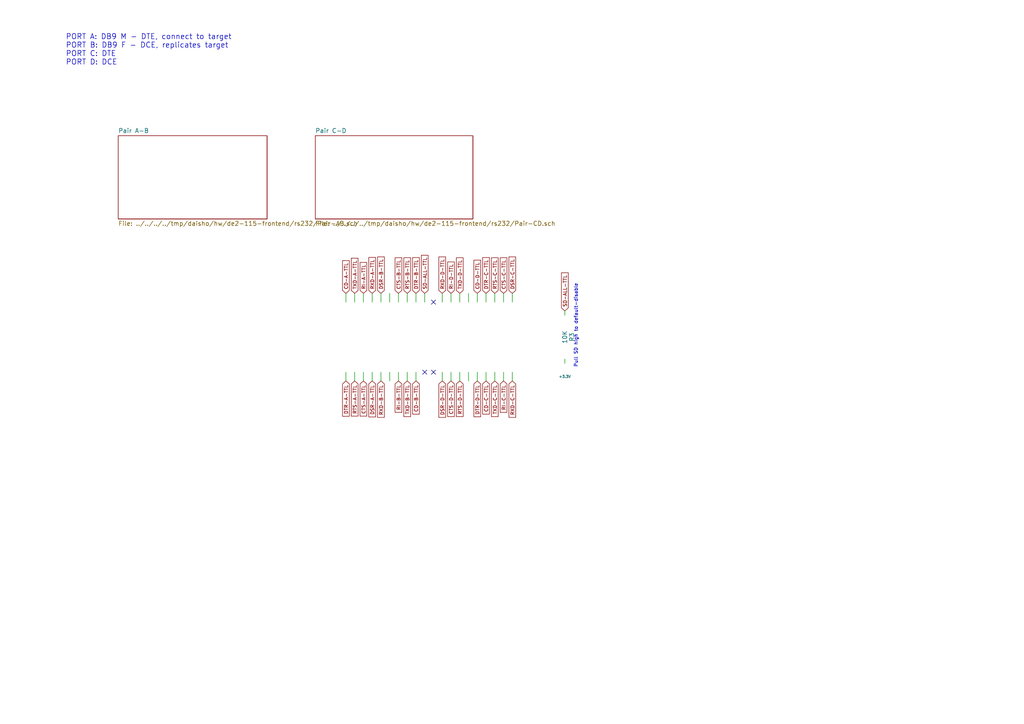
<source format=kicad_sch>
(kicad_sch (version 20230121) (generator eeschema)
  (paper "A4")
  (title_block (date "8 jan 2013"))
  (lib_symbols)
  (no_connect (at 125.73 107.95))
  (no_connect (at 125.73 87.63))
  (no_connect (at 123.19 107.95))
  (wire (pts (xy 135.89 85.09) (xy 135.89 87.63)))
  (wire (pts (xy 138.43 85.09) (xy 138.43 87.63)))
  (wire (pts (xy 133.35 107.95) (xy 133.35 110.49)))
  (wire (pts (xy 163.83 91.44) (xy 163.83 90.17)))
  (wire (pts (xy 115.57 85.09) (xy 115.57 87.63)))
  (wire (pts (xy 130.81 107.95) (xy 130.81 110.49)))
  (wire (pts (xy 135.89 107.95) (xy 135.89 110.49)))
  (wire (pts (xy 146.05 85.09) (xy 146.05 87.63)))
  (wire (pts (xy 128.27 85.09) (xy 128.27 87.63)))
  (wire (pts (xy 148.59 85.09) (xy 148.59 87.63)))
  (wire (pts (xy 120.65 107.95) (xy 120.65 110.49)))
  (wire (pts (xy 100.33 85.09) (xy 100.33 87.63)))
  (wire (pts (xy 107.95 87.63) (xy 107.95 85.09)))
  (wire (pts (xy 102.87 85.09) (xy 102.87 87.63)))
  (wire (pts (xy 110.49 107.95) (xy 110.49 110.49)))
  (wire (pts (xy 100.33 107.95) (xy 100.33 110.49)))
  (wire (pts (xy 118.11 107.95) (xy 118.11 110.49)))
  (wire (pts (xy 133.35 85.09) (xy 133.35 87.63)))
  (wire (pts (xy 138.43 107.95) (xy 138.43 110.49)))
  (wire (pts (xy 128.27 107.95) (xy 128.27 110.49)))
  (wire (pts (xy 130.81 85.09) (xy 130.81 87.63)))
  (wire (pts (xy 118.11 85.09) (xy 118.11 87.63)))
  (wire (pts (xy 107.95 107.95) (xy 107.95 110.49)))
  (wire (pts (xy 113.03 107.95) (xy 113.03 110.49)))
  (wire (pts (xy 163.83 104.14) (xy 163.83 105.41)))
  (wire (pts (xy 120.65 85.09) (xy 120.65 87.63)))
  (wire (pts (xy 140.97 85.09) (xy 140.97 87.63)))
  (wire (pts (xy 113.03 85.09) (xy 113.03 87.63)))
  (wire (pts (xy 143.51 107.95) (xy 143.51 110.49)))
  (wire (pts (xy 105.41 85.09) (xy 105.41 87.63)))
  (wire (pts (xy 115.57 107.95) (xy 115.57 110.49)))
  (wire (pts (xy 110.49 85.09) (xy 110.49 87.63)))
  (wire (pts (xy 146.05 107.95) (xy 146.05 110.49)))
  (wire (pts (xy 143.51 85.09) (xy 143.51 87.63)))
  (wire (pts (xy 148.59 107.95) (xy 148.59 110.49)))
  (wire (pts (xy 105.41 107.95) (xy 105.41 110.49)))
  (wire (pts (xy 140.97 107.95) (xy 140.97 110.49)))
  (wire (pts (xy 123.19 85.09) (xy 123.19 87.63)))
  (wire (pts (xy 102.87 107.95) (xy 102.87 110.49)))
  (text "Pull SD high to default-disable" (at 167.64 106.68 90) (effects (font (size 0.9906 0.9906)) (justify left bottom)))
  (text "PORT A: DB9 M - DTE, connect to target\nPORT B: DB9 F - DCE, replicates target\nPORT C: DTE\nPORT D: DCE" (at 19.05 19.05 0) (effects (font (size 1.524 1.524)) (justify left bottom)))
  (global_label "SD-ALL-TTL" (shape input) (at 163.83 90.17 90) (effects (font (size 0.9906 0.9906))) (property "Intersheetrefs" "${INTERSHEET_REFS}" (effects hide)))
  (global_label "CD-B-TTL" (shape input) (at 120.65 110.49 270) (effects (font (size 0.9906 0.9906))) (property "Intersheetrefs" "${INTERSHEET_REFS}" (effects hide)))
  (global_label "CTS-B-TTL" (shape input) (at 115.57 85.09 90) (effects (font (size 0.9906 0.9906))) (property "Intersheetrefs" "${INTERSHEET_REFS}" (effects hide)))
  (global_label "RTS-B-TTL" (shape input) (at 118.11 85.09 90) (effects (font (size 0.9906 0.9906))) (property "Intersheetrefs" "${INTERSHEET_REFS}" (effects hide)))
  (global_label "RTS-C-TTL" (shape input) (at 143.51 85.09 90) (effects (font (size 0.9906 0.9906))) (property "Intersheetrefs" "${INTERSHEET_REFS}" (effects hide)))
  (global_label "RTS-D-TTL" (shape input) (at 133.35 110.49 270) (effects (font (size 0.9906 0.9906))) (property "Intersheetrefs" "${INTERSHEET_REFS}" (effects hide)))
  (global_label "DSR-D-TTL" (shape input) (at 128.27 110.49 270) (effects (font (size 0.9906 0.9906))) (property "Intersheetrefs" "${INTERSHEET_REFS}" (effects hide)))
  (global_label "TXD-B-TTL" (shape input) (at 118.11 110.49 270) (effects (font (size 0.9906 0.9906))) (property "Intersheetrefs" "${INTERSHEET_REFS}" (effects hide)))
  (global_label "CD-D-TTL" (shape input) (at 138.43 85.09 90) (effects (font (size 0.9906 0.9906))) (property "Intersheetrefs" "${INTERSHEET_REFS}" (effects hide)))
  (global_label "SD-ALL-TTL" (shape input) (at 123.19 85.09 90) (effects (font (size 0.9906 0.9906))) (property "Intersheetrefs" "${INTERSHEET_REFS}" (effects hide)))
  (global_label "DTR-D-TTL" (shape input) (at 138.43 110.49 270) (effects (font (size 0.9906 0.9906))) (property "Intersheetrefs" "${INTERSHEET_REFS}" (effects hide)))
  (global_label "DSR-B-TTL" (shape input) (at 110.49 85.09 90) (effects (font (size 0.9906 0.9906))) (property "Intersheetrefs" "${INTERSHEET_REFS}" (effects hide)))
  (global_label "RXD-B-TTL" (shape input) (at 110.49 110.49 270) (effects (font (size 0.9906 0.9906))) (property "Intersheetrefs" "${INTERSHEET_REFS}" (effects hide)))
  (global_label "TXD-C-TTL" (shape input) (at 143.51 110.49 270) (effects (font (size 0.9906 0.9906))) (property "Intersheetrefs" "${INTERSHEET_REFS}" (effects hide)))
  (global_label "RI-C-TTL" (shape input) (at 146.05 110.49 270) (effects (font (size 0.9906 0.9906))) (property "Intersheetrefs" "${INTERSHEET_REFS}" (effects hide)))
  (global_label "RI-D-TTL" (shape input) (at 130.81 85.09 90) (effects (font (size 0.9906 0.9906))) (property "Intersheetrefs" "${INTERSHEET_REFS}" (effects hide)))
  (global_label "CTS-A-TTL" (shape input) (at 105.41 110.49 270) (effects (font (size 0.9906 0.9906))) (property "Intersheetrefs" "${INTERSHEET_REFS}" (effects hide)))
  (global_label "CTS-D-TTL" (shape input) (at 130.81 110.49 270) (effects (font (size 0.9906 0.9906))) (property "Intersheetrefs" "${INTERSHEET_REFS}" (effects hide)))
  (global_label "DTR-B-TTL" (shape input) (at 120.65 85.09 90) (effects (font (size 0.9906 0.9906))) (property "Intersheetrefs" "${INTERSHEET_REFS}" (effects hide)))
  (global_label "DTR-A-TTL" (shape input) (at 100.33 110.49 270) (effects (font (size 0.9906 0.9906))) (property "Intersheetrefs" "${INTERSHEET_REFS}" (effects hide)))
  (global_label "TXD-A-TTL" (shape input) (at 102.87 85.09 90) (effects (font (size 0.9906 0.9906))) (property "Intersheetrefs" "${INTERSHEET_REFS}" (effects hide)))
  (global_label "RXD-D-TTL" (shape input) (at 128.27 85.09 90) (effects (font (size 0.9906 0.9906))) (property "Intersheetrefs" "${INTERSHEET_REFS}" (effects hide)))
  (global_label "CD-C-TTL" (shape input) (at 140.97 110.49 270) (effects (font (size 0.9906 0.9906))) (property "Intersheetrefs" "${INTERSHEET_REFS}" (effects hide)))
  (global_label "RXD-A-TTL" (shape input) (at 107.95 85.09 90) (effects (font (size 0.9906 0.9906))) (property "Intersheetrefs" "${INTERSHEET_REFS}" (effects hide)))
  (global_label "RTS-A-TTL" (shape input) (at 102.87 110.49 270) (effects (font (size 0.9906 0.9906))) (property "Intersheetrefs" "${INTERSHEET_REFS}" (effects hide)))
  (global_label "RI-A-TTL" (shape input) (at 105.41 85.09 90) (effects (font (size 0.9906 0.9906))) (property "Intersheetrefs" "${INTERSHEET_REFS}" (effects hide)))
  (global_label "DSR-C-TTL" (shape input) (at 148.59 85.09 90) (effects (font (size 0.9906 0.9906))) (property "Intersheetrefs" "${INTERSHEET_REFS}" (effects hide)))
  (global_label "CTS-C-TTL" (shape input) (at 146.05 85.09 90) (effects (font (size 0.9906 0.9906))) (property "Intersheetrefs" "${INTERSHEET_REFS}" (effects hide)))
  (global_label "DTR-C-TTL" (shape input) (at 140.97 85.09 90) (effects (font (size 0.9906 0.9906))) (property "Intersheetrefs" "${INTERSHEET_REFS}" (effects hide)))
  (global_label "TXD-D-TTL" (shape input) (at 133.35 85.09 90) (effects (font (size 0.9906 0.9906))) (property "Intersheetrefs" "${INTERSHEET_REFS}" (effects hide)))
  (global_label "CD-A-TTL" (shape input) (at 100.33 85.09 90) (effects (font (size 0.9906 0.9906))) (property "Intersheetrefs" "${INTERSHEET_REFS}" (effects hide)))
  (global_label "DSR-A-TTL" (shape input) (at 107.95 110.49 270) (effects (font (size 0.9906 0.9906))) (property "Intersheetrefs" "${INTERSHEET_REFS}" (effects hide)))
  (global_label "RI-B-TTL" (shape input) (at 115.57 110.49 270) (effects (font (size 0.9906 0.9906))) (property "Intersheetrefs" "${INTERSHEET_REFS}" (effects hide)))
  (global_label "RXD-C-TTL" (shape input) (at 148.59 110.49 270) (effects (font (size 0.9906 0.9906))) (property "Intersheetrefs" "${INTERSHEET_REFS}" (effects hide)))
  (symbol (lib_id "CONN_20X2") (at 124.46 97.79 90) (unit 1)
    (property "Reference" "P8" (at 97.79 97.79 0) (effects (font (size 1.524 1.524))))
    (property "Value" "CONN_20X2" (at 124.46 97.79 90))
    (property "Manufacturer" "TE Connectivity" (effects hide))
    (property "Part#" "103308-8" (effects hide))
    (property "Description" "CONN HEADER LOPRO STR 40POS GOLD" (effects hide))
    (property "Field7" "http://www.digikey.com/product-detail/en/103308-8/A26279-ND/289259" (effects hide))
  )
  (symbol (lib_id "+3.3V") (at 135.89 110.49 180) (unit 1)
    (property "Reference" "#PWR01" (effects hide))
    (property "Value" "+3.3V" (at 135.89 113.284 0) (effects (font (size 0.762 0.762))))
  )
  (symbol (lib_id "+5V") (at 113.03 110.49 180) (unit 1)
    (property "Reference" "#PWR02" (effects hide))
    (property "Value" "+5V" (at 113.03 112.776 0) (effects (font (size 0.762 0.762))))
  )
  (symbol (lib_id "GND") (at 135.89 85.09 180) (unit 1)
    (property "Reference" "#PWR03" (effects hide))
    (property "Value" "GND" (effects hide))
  )
  (symbol (lib_id "+3.3V") (at 163.83 105.41 180) (unit 1)
    (property "Reference" "#PWR04" (effects hide))
    (property "Value" "+3.3V" (at 163.83 109.22 0) (effects (font (size 0.762 0.762))))
  )
  (symbol (lib_id "R") (at 163.83 97.79 0) (unit 1)
    (property "Reference" "R3" (at 165.862 97.79 90))
    (property "Value" "10K" (at 163.83 97.79 90))
  )
  (symbol (lib_id "GND") (at 113.03 85.09 180) (unit 1)
    (property "Reference" "#PWR05" (effects hide))
    (property "Value" "GND" (effects hide))
  )
  (sheet (at 34.29 39.37) (size 43.18 24.13)
    (property "Sheetname" "Pair A-B" (at 34.29 38.6584 0) (effects (justify left bottom)))
    (property "Sheetfile" "../../../../tmp/daisho/hw/de2-115-frontend/rs232/Pair-AB.sch" (at 34.29 64.0846 0) (effects (justify left top)))
  )
  (sheet (at 91.44 39.37) (size 45.72 24.13)
    (property "Sheetname" "Pair C-D" (at 91.44 38.6584 0) (effects (justify left bottom)))
    (property "Sheetfile" "../../../../tmp/daisho/hw/de2-115-frontend/rs232/Pair-CD.sch" (at 91.44 64.0846 0) (effects (justify left top)))
  )
)
</source>
